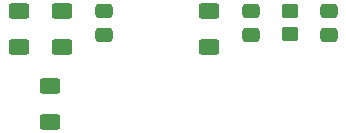
<source format=gbr>
%TF.GenerationSoftware,KiCad,Pcbnew,7.0.9*%
%TF.CreationDate,2024-01-10T14:09:04+01:00*%
%TF.ProjectId,ControlLineApp,436f6e74-726f-46c4-9c69-6e654170702e,1.0.1*%
%TF.SameCoordinates,Original*%
%TF.FileFunction,Paste,Bot*%
%TF.FilePolarity,Positive*%
%FSLAX46Y46*%
G04 Gerber Fmt 4.6, Leading zero omitted, Abs format (unit mm)*
G04 Created by KiCad (PCBNEW 7.0.9) date 2024-01-10 14:09:04*
%MOMM*%
%LPD*%
G01*
G04 APERTURE LIST*
G04 Aperture macros list*
%AMRoundRect*
0 Rectangle with rounded corners*
0 $1 Rounding radius*
0 $2 $3 $4 $5 $6 $7 $8 $9 X,Y pos of 4 corners*
0 Add a 4 corners polygon primitive as box body*
4,1,4,$2,$3,$4,$5,$6,$7,$8,$9,$2,$3,0*
0 Add four circle primitives for the rounded corners*
1,1,$1+$1,$2,$3*
1,1,$1+$1,$4,$5*
1,1,$1+$1,$6,$7*
1,1,$1+$1,$8,$9*
0 Add four rect primitives between the rounded corners*
20,1,$1+$1,$2,$3,$4,$5,0*
20,1,$1+$1,$4,$5,$6,$7,0*
20,1,$1+$1,$6,$7,$8,$9,0*
20,1,$1+$1,$8,$9,$2,$3,0*%
G04 Aperture macros list end*
%ADD10RoundRect,0.250000X0.625000X-0.400000X0.625000X0.400000X-0.625000X0.400000X-0.625000X-0.400000X0*%
%ADD11RoundRect,0.250000X0.450000X-0.350000X0.450000X0.350000X-0.450000X0.350000X-0.450000X-0.350000X0*%
%ADD12RoundRect,0.250000X-0.475000X0.337500X-0.475000X-0.337500X0.475000X-0.337500X0.475000X0.337500X0*%
%ADD13RoundRect,0.250000X-0.625000X0.400000X-0.625000X-0.400000X0.625000X-0.400000X0.625000X0.400000X0*%
G04 APERTURE END LIST*
D10*
%TO.C,R4*%
X135001000Y-99112000D03*
X135001000Y-96012000D03*
%TD*%
D11*
%TO.C,R3*%
X157988000Y-98012000D03*
X157988000Y-96012000D03*
%TD*%
D12*
%TO.C,C1*%
X142240000Y-96012000D03*
X142240000Y-98087000D03*
%TD*%
%TO.C,C3*%
X161290000Y-96012000D03*
X161290000Y-98087000D03*
%TD*%
D10*
%TO.C,R2*%
X151130000Y-99112000D03*
X151130000Y-96012000D03*
%TD*%
%TO.C,R1*%
X138684000Y-99112000D03*
X138684000Y-96012000D03*
%TD*%
D13*
%TO.C,R5*%
X137668000Y-102362000D03*
X137668000Y-105462000D03*
%TD*%
D12*
%TO.C,C2*%
X154686000Y-96012000D03*
X154686000Y-98087000D03*
%TD*%
M02*

</source>
